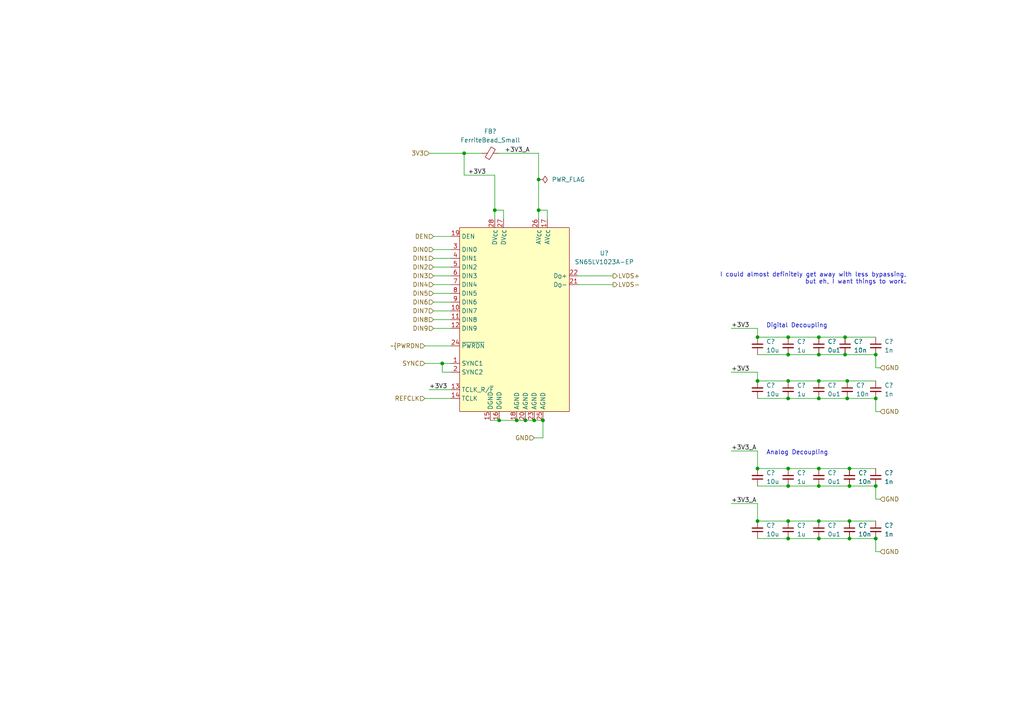
<source format=kicad_sch>
(kicad_sch (version 20211123) (generator eeschema)
  (paper "A4")
  (lib_symbols
    (symbol "Device:C_Small" (pin_numbers hide) (pin_names (offset 0.254) hide)
      (property "Reference" "C" (at 0.254 1.778 0))
      (property "Value" "C_Small" (at 0.254 -2.032 0))
      (symbol "C_Small_0_1"
        (polyline (pts (xy -1.524 -0.508) (xy 1.524 -0.508)) (stroke (width 0.3302)))
        (polyline (pts (xy -1.524 0.508) (xy 1.524 0.508)) (stroke (width 0.3048)))
      )
      (symbol "C_Small_1_1"
        (pin passive line (at 0 2.54 270) (length 2.032) (name "~") (number "1"))
        (pin passive line (at 0 -2.54 90) (length 2.032) (name "~") (number "2"))
      )
    )
    (symbol "Device:FerriteBead_Small" (pin_numbers hide) (pin_names (offset 0))
      (property "Reference" "FB" (at 1.905 1.27 0))
      (property "Value" "FerriteBead_Small" (at 1.905 -1.27 0))
      (symbol "FerriteBead_Small_0_1"
        (polyline (pts (xy 0 -1.27) (xy 0 -0.7874)))
        (polyline (pts (xy 0 0.889) (xy 0 1.2954)))
        (polyline (pts (xy -1.8288 0.2794) (xy -1.1176 1.4986) (xy 1.8288 -0.2032) (xy 1.1176 -1.4224) (xy -1.8288 0.2794)))
      )
      (symbol "FerriteBead_Small_1_1"
        (pin passive line (at 0 2.54 270) (length 1.27) (name "~") (number "1"))
        (pin passive line (at 0 -2.54 90) (length 1.27) (name "~") (number "2"))
      )
    )
    (symbol "Sonar:SN65LV1023A-EP"
      (property "Reference" "U" (at -13.97 -27.94 0))
      (property "Value" "SN65LV1023A-EP" (at 2.54 3.81 0))
      (symbol "SN65LV1023A-EP_0_1"
        (rectangle (start -15.24 26.67) (end 16.51 -26.67) (fill (type background)))
      )
      (symbol "SN65LV1023A-EP_1_1"
        (pin input line (at -17.78 -12.7 0) (length 2.54) (name "SYNC1") (number "1"))
        (pin input line (at -17.78 2.54 0) (length 2.54) (name "DIN7") (number "10"))
        (pin input line (at -17.78 0 0) (length 2.54) (name "DIN8") (number "11"))
        (pin input line (at -17.78 -2.54 0) (length 2.54) (name "DIN9") (number "12"))
        (pin input line (at -17.78 -20.32 0) (length 2.54) (name "TCLK_R/~{F}") (number "13"))
        (pin input line (at -17.78 -22.86 0) (length 2.54) (name "TCLK") (number "14"))
        (pin power_in line (at -6.35 -29.21 90) (length 2.54) (name "DGND") (number "15"))
        (pin power_in line (at -3.81 -29.21 90) (length 2.54) (name "DGND") (number "16"))
        (pin power_in line (at 10.16 29.21 270) (length 2.54) (name "AV_{CC}") (number "17"))
        (pin power_in line (at 1.27 -29.21 90) (length 2.54) (name "AGND") (number "18"))
        (pin input line (at -17.78 24.13 0) (length 2.54) (name "DEN") (number "19"))
        (pin input line (at -17.78 -15.24 0) (length 2.54) (name "SYNC2") (number "2"))
        (pin power_in line (at 3.81 -29.21 90) (length 2.54) (name "AGND") (number "20"))
        (pin output line (at 19.05 10.16 180) (length 2.54) (name "D_{O}-") (number "21"))
        (pin output line (at 19.05 12.7 180) (length 2.54) (name "D_{O}+") (number "22"))
        (pin power_in line (at 6.35 -29.21 90) (length 2.54) (name "AGND") (number "23"))
        (pin input line (at -17.78 -7.62 0) (length 2.54) (name "~{PWRDN}") (number "24"))
        (pin power_in line (at 8.89 -29.21 90) (length 2.54) (name "AGND") (number "25"))
        (pin power_in line (at 7.62 29.21 270) (length 2.54) (name "AV_{CC}") (number "26"))
        (pin power_in line (at -2.54 29.21 270) (length 2.54) (name "DV_{CC}") (number "27"))
        (pin power_in line (at -5.08 29.21 270) (length 2.54) (name "DV_{CC}") (number "28"))
        (pin input line (at -17.78 20.32 0) (length 2.54) (name "DIN0") (number "3"))
        (pin input line (at -17.78 17.78 0) (length 2.54) (name "DIN1") (number "4"))
        (pin input line (at -17.78 15.24 0) (length 2.54) (name "DIN2") (number "5"))
        (pin input line (at -17.78 12.7 0) (length 2.54) (name "DIN3") (number "6"))
        (pin input line (at -17.78 10.16 0) (length 2.54) (name "DIN4") (number "7"))
        (pin input line (at -17.78 7.62 0) (length 2.54) (name "DIN5") (number "8"))
        (pin input line (at -17.78 5.08 0) (length 2.54) (name "DIN6") (number "9"))
      )
    )
    (symbol "power:PWR_FLAG" (power) (pin_numbers hide) (pin_names (offset 0) hide)
      (property "Value" "PWR_FLAG" (at 0 3.81 0))
      (symbol "PWR_FLAG_0_0"
        (pin power_out line (at 0 0 90) (length 0) (name "pwr") (number "1"))
      )
      (symbol "PWR_FLAG_0_1"
        (polyline (pts (xy 0 0) (xy 0 1.27) (xy -1.016 1.905) (xy 0 2.54) (xy 1.016 1.905) (xy 0 1.27)))
      )
    )
  )
  (junction (at 143.51 60.96))
  (junction (at 219.71 135.89))
  (junction (at 154.94 121.92))
  (junction (at 246.38 156.21))
  (junction (at 219.71 97.79))
  (junction (at 219.71 151.13))
  (junction (at 237.49 151.13))
  (junction (at 237.49 135.89))
  (junction (at 219.71 110.49))
  (junction (at 254 156.21))
  (junction (at 228.6 110.49))
  (junction (at 134.62 44.45))
  (junction (at 245.7368 110.49))
  (junction (at 245.11 102.87))
  (junction (at 237.49 97.79))
  (junction (at 246.38 140.97))
  (junction (at 246.38 151.13))
  (junction (at 237.49 156.21))
  (junction (at 157.48 121.92))
  (junction (at 228.6 156.21))
  (junction (at 228.6 140.97))
  (junction (at 254 102.87))
  (junction (at 245.11 97.79))
  (junction (at 228.6 97.79))
  (junction (at 128.27 105.41))
  (junction (at 228.6 102.87))
  (junction (at 152.4 121.92))
  (junction (at 149.86 121.92))
  (junction (at 245.7368 115.57))
  (junction (at 228.6 151.13))
  (junction (at 237.49 115.57))
  (junction (at 228.6 115.57))
  (junction (at 237.49 102.87))
  (junction (at 237.49 110.49))
  (junction (at 156.21 60.96))
  (junction (at 246.38 135.89))
  (junction (at 156.21 52.07))
  (junction (at 228.6 135.89))
  (junction (at 144.78 121.92))
  (junction (at 237.49 140.97))
  (junction (at 254 115.57))
  (junction (at 254 140.97))
  (wire (pts (xy 128.27 107.95) (xy 128.27 105.41)))
  (wire (pts (xy 152.4 121.92) (xy 154.94 121.92)))
  (wire (pts (xy 149.86 121.92) (xy 152.4 121.92)))
  (wire (pts (xy 237.49 140.97) (xy 246.38 140.97)))
  (wire (pts (xy 167.64 80.01) (xy 177.8 80.01)))
  (wire (pts (xy 228.6 97.79) (xy 237.49 97.79)))
  (wire (pts (xy 125.73 87.63) (xy 130.81 87.63)))
  (wire (pts (xy 125.73 74.93) (xy 130.81 74.93)))
  (wire (pts (xy 125.73 68.58) (xy 130.81 68.58)))
  (wire (pts (xy 123.19 115.57) (xy 130.81 115.57)))
  (wire (pts (xy 124.46 44.45) (xy 134.62 44.45)))
  (wire (pts (xy 156.21 44.45) (xy 156.21 52.07)))
  (wire (pts (xy 245.7368 110.49) (xy 254 110.49)))
  (wire (pts (xy 212.09 107.95) (xy 219.71 107.95)))
  (wire (pts (xy 212.09 146.05) (xy 219.71 146.05)))
  (wire (pts (xy 124.46 113.03) (xy 130.81 113.03)))
  (wire (pts (xy 246.38 151.13) (xy 254 151.13)))
  (wire (pts (xy 254 106.68) (xy 255.27 106.68)))
  (wire (pts (xy 246.38 135.89) (xy 254 135.89)))
  (wire (pts (xy 219.71 156.21) (xy 228.6 156.21)))
  (wire (pts (xy 237.49 135.89) (xy 246.38 135.89)))
  (wire (pts (xy 246.38 156.21) (xy 254 156.21)))
  (wire (pts (xy 228.6 156.21) (xy 237.49 156.21)))
  (wire (pts (xy 123.19 105.41) (xy 128.27 105.41)))
  (wire (pts (xy 156.21 60.96) (xy 156.21 63.5)))
  (wire (pts (xy 156.21 52.07) (xy 156.21 60.96)))
  (wire (pts (xy 134.62 50.8) (xy 143.51 50.8)))
  (wire (pts (xy 219.71 140.97) (xy 228.6 140.97)))
  (wire (pts (xy 228.6 140.97) (xy 237.49 140.97)))
  (wire (pts (xy 130.81 107.95) (xy 128.27 107.95)))
  (wire (pts (xy 219.71 151.13) (xy 228.6 151.13)))
  (wire (pts (xy 154.94 121.92) (xy 157.48 121.92)))
  (wire (pts (xy 158.75 60.96) (xy 158.75 63.5)))
  (wire (pts (xy 219.71 110.49) (xy 228.6 110.49)))
  (wire (pts (xy 245.11 102.87) (xy 254 102.87)))
  (wire (pts (xy 125.73 72.39) (xy 130.81 72.39)))
  (wire (pts (xy 254 119.38) (xy 255.27 119.38)))
  (wire (pts (xy 245.7368 115.57) (xy 254 115.57)))
  (wire (pts (xy 254 144.78) (xy 255.27 144.78)))
  (wire (pts (xy 156.21 60.96) (xy 158.75 60.96)))
  (wire (pts (xy 167.64 82.55) (xy 177.8 82.55)))
  (wire (pts (xy 237.49 97.79) (xy 245.11 97.79)))
  (wire (pts (xy 143.51 60.96) (xy 143.51 63.5)))
  (wire (pts (xy 254 156.21) (xy 254 160.02)))
  (wire (pts (xy 157.48 127) (xy 154.94 127)))
  (wire (pts (xy 254 160.02) (xy 255.27 160.02)))
  (wire (pts (xy 228.6 151.13) (xy 237.49 151.13)))
  (wire (pts (xy 143.51 60.96) (xy 146.05 60.96)))
  (wire (pts (xy 125.73 90.17) (xy 130.81 90.17)))
  (wire (pts (xy 254 140.97) (xy 254 144.78)))
  (wire (pts (xy 219.71 135.89) (xy 219.71 130.81)))
  (wire (pts (xy 219.71 107.95) (xy 219.71 110.49)))
  (wire (pts (xy 219.71 151.13) (xy 219.71 146.05)))
  (wire (pts (xy 125.73 92.71) (xy 130.81 92.71)))
  (wire (pts (xy 237.49 110.49) (xy 245.7368 110.49)))
  (wire (pts (xy 254 115.57) (xy 254 119.38)))
  (wire (pts (xy 219.71 115.57) (xy 228.6 115.57)))
  (wire (pts (xy 228.6 135.89) (xy 237.49 135.89)))
  (wire (pts (xy 134.62 44.45) (xy 139.7 44.45)))
  (wire (pts (xy 228.6 115.57) (xy 237.49 115.57)))
  (wire (pts (xy 125.73 85.09) (xy 130.81 85.09)))
  (wire (pts (xy 146.05 60.96) (xy 146.05 63.5)))
  (wire (pts (xy 228.6 102.87) (xy 237.49 102.87)))
  (wire (pts (xy 212.09 130.81) (xy 219.71 130.81)))
  (wire (pts (xy 125.73 80.01) (xy 130.81 80.01)))
  (wire (pts (xy 128.27 105.41) (xy 130.81 105.41)))
  (wire (pts (xy 157.48 121.92) (xy 157.48 127)))
  (wire (pts (xy 219.71 102.87) (xy 228.6 102.87)))
  (wire (pts (xy 143.51 50.8) (xy 143.51 60.96)))
  (wire (pts (xy 237.49 156.21) (xy 246.38 156.21)))
  (wire (pts (xy 125.73 77.47) (xy 130.81 77.47)))
  (wire (pts (xy 237.49 102.87) (xy 245.11 102.87)))
  (wire (pts (xy 219.71 135.89) (xy 228.6 135.89)))
  (wire (pts (xy 123.19 100.33) (xy 130.81 100.33)))
  (wire (pts (xy 254 102.87) (xy 254 106.68)))
  (wire (pts (xy 125.73 95.25) (xy 130.81 95.25)))
  (wire (pts (xy 246.38 140.97) (xy 254 140.97)))
  (wire (pts (xy 212.09 95.25) (xy 219.71 95.25)))
  (wire (pts (xy 219.71 95.25) (xy 219.71 97.79)))
  (wire (pts (xy 134.62 44.45) (xy 134.62 50.8)))
  (wire (pts (xy 142.24 121.92) (xy 144.78 121.92)))
  (wire (pts (xy 125.73 82.55) (xy 130.81 82.55)))
  (wire (pts (xy 228.6 110.49) (xy 237.49 110.49)))
  (wire (pts (xy 219.71 97.79) (xy 228.6 97.79)))
  (wire (pts (xy 237.49 151.13) (xy 246.38 151.13)))
  (wire (pts (xy 144.78 121.92) (xy 149.86 121.92)))
  (wire (pts (xy 144.78 44.45) (xy 156.21 44.45)))
  (wire (pts (xy 245.11 97.79) (xy 254 97.79)))
  (wire (pts (xy 237.49 115.57) (xy 245.7368 115.57)))
  (text "Digital Decoupling\n" (at 240.03 95.25 180) (effects (font (size 1.27 1.27)) (justify right bottom)))
  (text "I could almost definitely get away with less bypassing,\nbut eh, I want things to work." (at 262.89 82.55 0) (effects (font (size 1.27 1.27)) (justify right bottom)))
  (text "Analog Decoupling\n" (at 222.25 132.08 0) (effects (font (size 1.27 1.27)) (justify left bottom)))
  (label "+3V3_A" (at 212.09 130.81 0))
  (label "+3V3" (at 140.97 50.8 180))
  (label "+3V3_A" (at 153.67 44.45 180))
  (label "+3V3" (at 212.09 107.95 0))
  (label "+3V3" (at 124.46 113.03 0))
  (label "+3V3_A" (at 212.09 146.05 0))
  (label "+3V3" (at 212.09 95.25 0))
  (hierarchical_label "GND" (shape input) (at 154.94 127 180))
  (hierarchical_label "GND" (shape input) (at 255.27 160.02 0))
  (hierarchical_label "3V3" (shape input) (at 124.46 44.45 180))
  (hierarchical_label "DIN8" (shape input) (at 125.73 92.71 180))
  (hierarchical_label "GND" (shape input) (at 255.27 144.78 0))
  (hierarchical_label "DIN4" (shape input) (at 125.73 82.55 180))
  (hierarchical_label "DIN3" (shape input) (at 125.73 80.01 180))
  (hierarchical_label "LVDS+" (shape output) (at 177.8 80.01 0))
  (hierarchical_label "REFCLK" (shape input) (at 123.19 115.57 180))
  (hierarchical_label "DIN1" (shape input) (at 125.73 74.93 180))
  (hierarchical_label "DIN7" (shape input) (at 125.73 90.17 180))
  (hierarchical_label "SYNC" (shape input) (at 123.19 105.41 180))
  (hierarchical_label "DIN5" (shape input) (at 125.73 85.09 180))
  (hierarchical_label "DEN" (shape input) (at 125.73 68.58 180))
  (hierarchical_label "DIN2" (shape input) (at 125.73 77.47 180))
  (hierarchical_label "GND" (shape input) (at 255.27 119.38 0))
  (hierarchical_label "~{PWRDN" (shape input) (at 123.19 100.33 180))
  (hierarchical_label "LVDS-" (shape output) (at 177.8 82.55 0))
  (hierarchical_label "DIN6" (shape input) (at 125.73 87.63 180))
  (hierarchical_label "DIN0" (shape input) (at 125.73 72.39 180))
  (hierarchical_label "GND" (shape input) (at 255.27 106.68 0))
  (hierarchical_label "DIN9" (shape input) (at 125.73 95.25 180))
  (symbol (lib_id "Device:C_Small") (at 219.71 100.33 180) (unit 1)
    (property "Reference" "C?" (at 222.25 99.0535 0) (effects (justify right)))
    (property "Value" "10u" (at 222.25 101.5935 0) (effects (justify right)))
    (property "Footprint" "Capacitor_SMD:C_0805_2012Metric_Pad1.18x1.45mm_HandSolder" (effects hide))
    (property "MPN" "CL21B106KPQNNNE" (effects hide))
    (property "Manufacturer" "Samsung Electro-Mechanics" (effects hide))
    (property "DPN" "1276-1764-1-ND" (effects hide))
    (property "Distributor" "DigiKey" (effects hide))
  )
  (symbol (lib_id "Device:C_Small") (at 246.38 138.43 0) (unit 1)
    (property "Reference" "C?" (at 248.92 137.1662 0) (effects (justify left)))
    (property "Value" "10n" (at 248.92 139.7062 0) (effects (justify left)))
    (property "Footprint" "Capacitor_SMD:C_0603_1608Metric_Pad1.08x0.95mm_HandSolder" (effects hide))
    (property "MPN" "CL10B103KB8NNNC" (effects hide))
    (property "Manufacturer" "Samsung Electro-Mechanics" (effects hide))
    (property "DPN" "1276-1009-1-ND" (effects hide))
    (property "Distributor" "DigiKey" (effects hide))
  )
  (symbol (lib_id "Device:C_Small") (at 245.7368 113.03 0) (unit 1)
    (property "Reference" "C?" (at 248.2768 111.7662 0) (effects (justify left)))
    (property "Value" "10n" (at 248.2768 114.3062 0) (effects (justify left)))
    (property "Footprint" "Capacitor_SMD:C_0603_1608Metric_Pad1.08x0.95mm_HandSolder" (effects hide))
    (property "MPN" "CL10B103KB8NNNC" (effects hide))
    (property "Manufacturer" "Samsung Electro-Mechanics" (effects hide))
    (property "DPN" "1276-1009-1-ND" (effects hide))
    (property "Distributor" "DigiKey" (effects hide))
  )
  (symbol (lib_id "Device:C_Small") (at 219.71 138.43 180) (unit 1)
    (property "Reference" "C?" (at 222.25 137.1535 0) (effects (justify right)))
    (property "Value" "10u" (at 222.25 139.6935 0) (effects (justify right)))
    (property "Footprint" "Capacitor_SMD:C_0805_2012Metric_Pad1.18x1.45mm_HandSolder" (effects hide))
    (property "MPN" "CL21B106KPQNNNE" (effects hide))
    (property "Manufacturer" "Samsung Electro-Mechanics" (effects hide))
    (property "DPN" "1276-1764-1-ND" (effects hide))
    (property "Distributor" "DigiKey" (effects hide))
  )
  (symbol (lib_id "Device:C_Small") (at 254 113.03 0) (unit 1)
    (property "Reference" "C?" (at 256.54 111.7662 0) (effects (justify left)))
    (property "Value" "1n" (at 256.54 114.3062 0) (effects (justify left)))
    (property "Footprint" "Capacitor_SMD:C_0603_1608Metric_Pad1.08x0.95mm_HandSolder" (effects hide))
    (property "MPN" "CL10B102KB8NNNC" (effects hide))
    (property "Manufacturer" "Samsung Electro-Mechanics" (effects hide))
    (property "DPN" "1276-1018-1-ND" (effects hide))
    (property "Distributor" "DigiKey" (effects hide))
  )
  (symbol (lib_id "Device:C_Small") (at 219.71 113.03 180) (unit 1)
    (property "Reference" "C?" (at 222.25 111.7535 0) (effects (justify right)))
    (property "Value" "10u" (at 222.25 114.2935 0) (effects (justify right)))
    (property "Footprint" "Capacitor_SMD:C_0805_2012Metric_Pad1.18x1.45mm_HandSolder" (effects hide))
    (property "MPN" "CL21B106KPQNNNE" (effects hide))
    (property "Manufacturer" "Samsung Electro-Mechanics" (effects hide))
    (property "DPN" "1276-1764-1-ND" (effects hide))
    (property "Distributor" "DigiKey" (effects hide))
  )
  (symbol (lib_id "Device:C_Small") (at 246.38 153.67 0) (unit 1)
    (property "Reference" "C?" (at 248.92 152.4062 0) (effects (justify left)))
    (property "Value" "10n" (at 248.92 154.9462 0) (effects (justify left)))
    (property "Footprint" "Capacitor_SMD:C_0603_1608Metric_Pad1.08x0.95mm_HandSolder" (effects hide))
    (property "MPN" "CL10B103KB8NNNC" (effects hide))
    (property "Manufacturer" "Samsung Electro-Mechanics" (effects hide))
    (property "DPN" "1276-1009-1-ND" (effects hide))
    (property "Distributor" "DigiKey" (effects hide))
  )
  (symbol (lib_id "Sonar:SN65LV1023A-EP") (at 148.59 92.71 0) (unit 1)
    (property "Reference" "U?" (at 175.26 73.4312 0))
    (property "Value" "SN65LV1023A-EP" (at 175.26 75.9712 0))
    (property "Footprint" "Package_SO:SSOP-28_5.3x10.2mm_P0.65mm" (effects hide))
    (property "Datasheet" "https://www.ti.com/lit/ds/symlink/sn65lv1023a-ep.pdf?HQS=dis-dk-null-digikeymode-dsf-pf-null-wwe&ts=1662682686646&ref_url=https%253A%252F%252Fwww.ti.com%252Fgeneral%252Fdocs%252Fsuppproductinfo.tsp%253FdistId%253D10%2526gotoUrl%253Dhttps%253A%252F%252Fwww.ti.com%252Flit%252Fgpn%252Fsn65lv1023a-ep" (effects hide))
    (property "MPN" "SN65LV1023A" (effects hide))
    (property "Manufacturer" "Texas Instruments" (effects hide))
    (property "DPN" "296-21243-1-ND" (effects hide))
    (property "Distributor" "DigiKey" (effects hide))
  )
  (symbol (lib_id "Device:C_Small") (at 254 153.67 0) (unit 1)
    (property "Reference" "C?" (at 256.54 152.4062 0) (effects (justify left)))
    (property "Value" "1n" (at 256.54 154.9462 0) (effects (justify left)))
    (property "Footprint" "Capacitor_SMD:C_0603_1608Metric_Pad1.08x0.95mm_HandSolder" (effects hide))
    (property "MPN" "CL10B102KB8NNNC" (effects hide))
    (property "Manufacturer" "Samsung Electro-Mechanics" (effects hide))
    (property "DPN" "1276-1018-1-ND" (effects hide))
    (property "Distributor" "DigiKey" (effects hide))
  )
  (symbol (lib_id "power:PWR_FLAG") (at 156.21 52.07 270) (unit 1)
    (property "Reference" "#FLG?" (effects hide))
    (property "Value" "PWR_FLAG" (at 160.02 52.0699 90) (effects (justify left)))
  )
  (symbol (lib_id "Device:C_Small") (at 254 100.33 0) (unit 1)
    (property "Reference" "C?" (at 256.54 99.0662 0) (effects (justify left)))
    (property "Value" "1n" (at 256.54 101.6062 0) (effects (justify left)))
    (property "Footprint" "Capacitor_SMD:C_0603_1608Metric_Pad1.08x0.95mm_HandSolder" (effects hide))
    (property "MPN" "CL10B102KB8NNNC" (effects hide))
    (property "Manufacturer" "Samsung Electro-Mechanics" (effects hide))
    (property "DPN" "1276-1018-1-ND" (effects hide))
    (property "Distributor" "DigiKey" (effects hide))
  )
  (symbol (lib_id "Device:C_Small") (at 254 138.43 0) (unit 1)
    (property "Reference" "C?" (at 256.54 137.1662 0) (effects (justify left)))
    (property "Value" "1n" (at 256.54 139.7062 0) (effects (justify left)))
    (property "Footprint" "Capacitor_SMD:C_0603_1608Metric_Pad1.08x0.95mm_HandSolder" (effects hide))
    (property "MPN" "CL10B102KB8NNNC" (effects hide))
    (property "Manufacturer" "Samsung Electro-Mechanics" (effects hide))
    (property "DPN" "1276-1018-1-ND" (effects hide))
    (property "Distributor" "DigiKey" (effects hide))
  )
  (symbol (lib_id "Device:C_Small") (at 237.49 100.33 180) (unit 1)
    (property "Reference" "C?" (at 240.03 99.0535 0) (effects (justify right)))
    (property "Value" "0u1" (at 240.03 101.5935 0) (effects (justify right)))
    (property "Footprint" "Capacitor_SMD:C_0603_1608Metric_Pad1.08x0.95mm_HandSolder" (effects hide))
    (property "MPN" "CL10B104KB8NNWC" (effects hide))
    (property "Manufacturer" "Samsung Electro-Mechanics" (effects hide))
    (property "DPN" "1276-1935-1-ND" (effects hide))
    (property "Distributor" "DigiKey" (effects hide))
  )
  (symbol (lib_id "Device:C_Small") (at 237.49 153.67 180) (unit 1)
    (property "Reference" "C?" (at 240.03 152.3935 0) (effects (justify right)))
    (property "Value" "0u1" (at 240.03 154.9335 0) (effects (justify right)))
    (property "Footprint" "Capacitor_SMD:C_0603_1608Metric_Pad1.08x0.95mm_HandSolder" (effects hide))
    (property "MPN" "CL10B104KB8NNWC" (effects hide))
    (property "Manufacturer" "Samsung Electro-Mechanics" (effects hide))
    (property "DPN" "1276-1935-1-ND" (effects hide))
    (property "Distributor" "DigiKey" (effects hide))
  )
  (symbol (lib_id "Device:C_Small") (at 228.6 100.33 0) (unit 1)
    (property "Reference" "C?" (at 231.14 99.0662 0) (effects (justify left)))
    (property "Value" "1u" (at 231.14 101.6062 0) (effects (justify left)))
    (property "Footprint" "Capacitor_SMD:C_0603_1608Metric_Pad1.08x0.95mm_HandSolder" (effects hide))
    (property "MPN" "CL10B105KP8NNNC" (effects hide))
    (property "Manufacturer" "Samsung Electro-Mechanics" (effects hide))
    (property "DPN" "1276-1946-1-ND" (effects hide))
    (property "Distributor" "DigiKey" (effects hide))
  )
  (symbol (lib_id "Device:C_Small") (at 245.11 100.33 0) (unit 1)
    (property "Reference" "C?" (at 247.65 99.0662 0) (effects (justify left)))
    (property "Value" "10n" (at 247.65 101.6062 0) (effects (justify left)))
    (property "Footprint" "Capacitor_SMD:C_0603_1608Metric_Pad1.08x0.95mm_HandSolder" (effects hide))
    (property "MPN" "CL10B103KB8NNNC" (effects hide))
    (property "Manufacturer" "Samsung Electro-Mechanics" (effects hide))
    (property "DPN" "1276-1009-1-ND" (effects hide))
    (property "Distributor" "DigiKey" (effects hide))
  )
  (symbol (lib_id "Device:C_Small") (at 219.71 153.67 180) (unit 1)
    (property "Reference" "C?" (at 222.25 152.3935 0) (effects (justify right)))
    (property "Value" "10u" (at 222.25 154.9335 0) (effects (justify right)))
    (property "Footprint" "Capacitor_SMD:C_0805_2012Metric_Pad1.18x1.45mm_HandSolder" (effects hide))
    (property "MPN" "CL21B106KPQNNNE" (effects hide))
    (property "Manufacturer" "Samsung Electro-Mechanics" (effects hide))
    (property "DPN" "1276-1764-1-ND" (effects hide))
    (property "Distributor" "DigiKey" (effects hide))
  )
  (symbol (lib_id "Device:C_Small") (at 228.6 113.03 0) (unit 1)
    (property "Reference" "C?" (at 231.14 111.7662 0) (effects (justify left)))
    (property "Value" "1u" (at 231.14 114.3062 0) (effects (justify left)))
    (property "Footprint" "Capacitor_SMD:C_0603_1608Metric_Pad1.08x0.95mm_HandSolder" (effects hide))
    (property "MPN" "CL10B105KP8NNNC" (effects hide))
    (property "Manufacturer" "Samsung Electro-Mechanics" (effects hide))
    (property "DPN" "1276-1946-1-ND" (effects hide))
    (property "Distributor" "DigiKey" (effects hide))
  )
  (symbol (lib_id "Device:C_Small") (at 237.49 138.43 180) (unit 1)
    (property "Reference" "C?" (at 240.03 137.1535 0) (effects (justify right)))
    (property "Value" "0u1" (at 240.03 139.6935 0) (effects (justify right)))
    (property "Footprint" "Capacitor_SMD:C_0603_1608Metric_Pad1.08x0.95mm_HandSolder" (effects hide))
    (property "MPN" "CL10B104KB8NNWC" (effects hide))
    (property "Manufacturer" "Samsung Electro-Mechanics" (effects hide))
    (property "DPN" "1276-1935-1-ND" (effects hide))
    (property "Distributor" "DigiKey" (effects hide))
  )
  (symbol (lib_id "Device:C_Small") (at 228.6 153.67 0) (unit 1)
    (property "Reference" "C?" (at 231.14 152.4062 0) (effects (justify left)))
    (property "Value" "1u" (at 231.14 154.9462 0) (effects (justify left)))
    (property "Footprint" "Capacitor_SMD:C_0603_1608Metric_Pad1.08x0.95mm_HandSolder" (effects hide))
    (property "MPN" "CL10B105KP8NNNC" (effects hide))
    (property "Manufacturer" "Samsung Electro-Mechanics" (effects hide))
    (property "DPN" "1276-1946-1-ND" (effects hide))
    (property "Distributor" "DigiKey" (effects hide))
  )
  (symbol (lib_id "Device:FerriteBead_Small") (at 142.24 44.45 90) (unit 1)
    (property "Reference" "FB?" (at 142.2019 38.1 90))
    (property "Value" "FerriteBead_Small" (at 142.2019 40.64 90))
    (property "Footprint" "Resistor_SMD:R_0603_1608Metric_Pad0.98x0.95mm_HandSolder" (effects hide))
    (property "Datasheet" "https://media.digikey.com/pdf/Data%20Sheets/Laird%20Technologies/EMI_Filtering_and_RF_Inductors.pdf" (effects hide))
    (property "Description" "FERRITE BEAD 1 KOHM 0603 1LN" (effects hide))
    (property "MPN" "HZ0603B102R-10" (effects hide))
    (property "Manufacturer" "Laird-Signal Integrity Products" (effects hide))
    (property "DPN" "240-2378-1-ND" (effects hide))
    (property "Distributor" "240-2378-1-ND" (effects hide))
  )
  (symbol (lib_id "Device:C_Small") (at 237.49 113.03 180) (unit 1)
    (property "Reference" "C?" (at 240.03 111.7535 0) (effects (justify right)))
    (property "Value" "0u1" (at 240.03 114.2935 0) (effects (justify right)))
    (property "Footprint" "Capacitor_SMD:C_0603_1608Metric_Pad1.08x0.95mm_HandSolder" (effects hide))
    (property "MPN" "CL10B104KB8NNWC" (effects hide))
    (property "Manufacturer" "Samsung Electro-Mechanics" (effects hide))
    (property "DPN" "1276-1935-1-ND" (effects hide))
    (property "Distributor" "DigiKey" (effects hide))
  )
  (symbol (lib_id "Device:C_Small") (at 228.6 138.43 0) (unit 1)
    (property "Reference" "C?" (at 231.14 137.1662 0) (effects (justify left)))
    (property "Value" "1u" (at 231.14 139.7062 0) (effects (justify left)))
    (property "Footprint" "Capacitor_SMD:C_0603_1608Metric_Pad1.08x0.95mm_HandSolder" (effects hide))
    (property "MPN" "CL10B105KP8NNNC" (effects hide))
    (property "Manufacturer" "Samsung Electro-Mechanics" (effects hide))
    (property "DPN" "1276-1946-1-ND" (effects hide))
    (property "Distributor" "DigiKey" (effects hide))
  )
)
</source>
